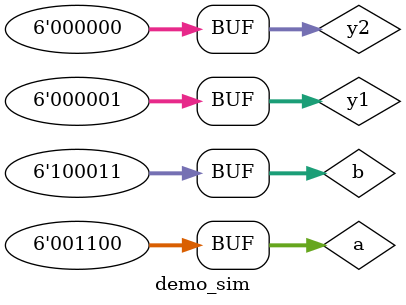
<source format=v>
`timescale 1ns / 1ps


module demo_sim(

    );
    reg[5:0] a,b;
    wire [5:0] y1,y2;
    initial
    begin
        a = 6'b00_1100;
        b = 6'b10_0011;
    end
    assign y1 = (a < b)?1:0;
    assign y2 = ($signed(a) < $signed(b))?1:0;
endmodule

</source>
